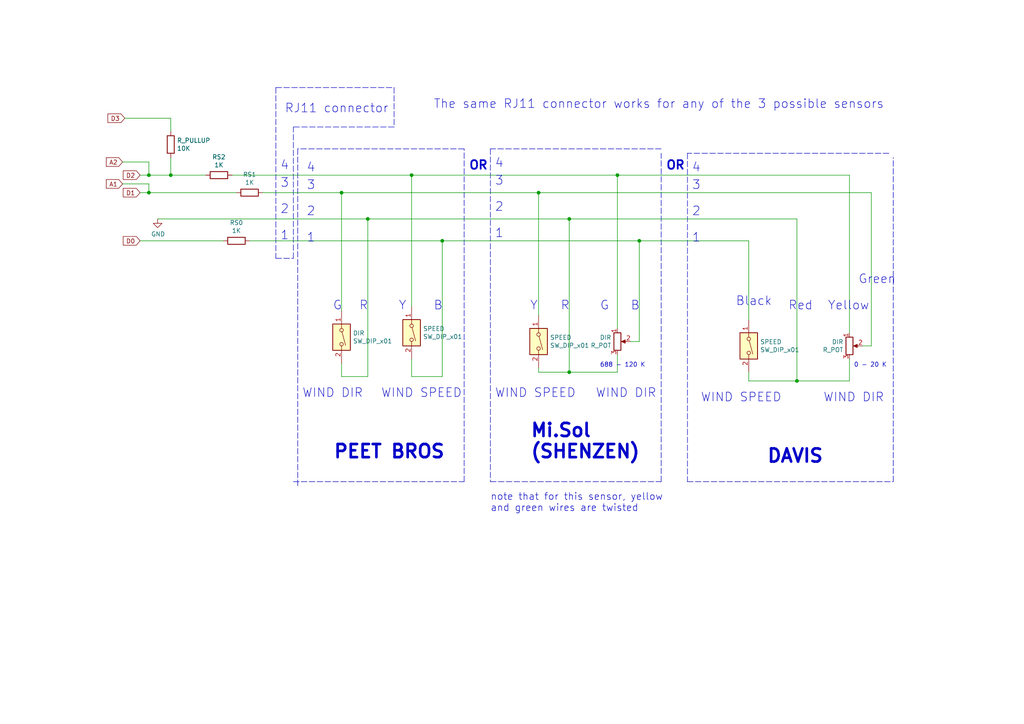
<source format=kicad_sch>
(kicad_sch (version 20230121) (generator eeschema)
  (paper "A4")
  (title_block (title "Sensors interoperability") (date "2021-11-15") (comment 1 "Wiring schematic") (comment 2 "fixed colors"))
  (lib_symbols
    (symbol "Device:R" (pin_numbers hide) (pin_names (offset 0))
      (property "Reference" "R" (at 2.032 0 90))
      (property "Value" "R" (at 0 0 90))
      (symbol "R_0_1"
        (rectangle (start -1.016 -2.54) (end 1.016 2.54) (stroke (width 0.254)))
      )
      (symbol "R_1_1"
        (pin passive line (at 0 3.81 270) (length 1.27) (name "~") (number "1"))
        (pin passive line (at 0 -3.81 90) (length 1.27) (name "~") (number "2"))
      )
    )
    (symbol "Switch:SW_DIP_x01" (pin_names (offset 0) hide)
      (property "Reference" "SW" (at 0 3.81 0))
      (property "Value" "SW_DIP_x01" (at 0 -3.81 0))
      (symbol "SW_DIP_x01_0_0"
        (circle (center -2.032 0) (radius 0.508))
        (polyline (pts (xy -1.524 0.127) (xy 2.3622 1.1684)))
        (circle (center 2.032 0) (radius 0.508))
      )
      (symbol "SW_DIP_x01_0_1"
        (rectangle (start -3.81 2.54) (end 3.81 -2.54) (stroke (width 0.254)) (fill (type background)))
      )
      (symbol "SW_DIP_x01_1_1"
        (pin passive line (at -7.62 0 0) (length 5.08) (name "~") (number "1"))
        (pin passive line (at 7.62 0 180) (length 5.08) (name "~") (number "2"))
      )
    )
    (symbol "Wiring-rescue:R_POT-Device" (pin_names (offset 1.016) hide)
      (property "Reference" "RV" (at -4.445 0 90))
      (property "Value" "Device_R_POT" (at -2.54 0 90))
      (symbol "R_POT-Device_0_1"
        (polyline (pts (xy 2.54 0) (xy 1.524 0)))
        (polyline (pts (xy 1.143 0) (xy 2.286 0.508) (xy 2.286 -0.508) (xy 1.143 0)) (fill (type outline)))
        (rectangle (start 1.016 2.54) (end -1.016 -2.54) (stroke (width 0.254)))
      )
      (symbol "R_POT-Device_1_1"
        (pin passive line (at 0 3.81 270) (length 1.27) (name "1") (number "1"))
        (pin passive line (at 3.81 0 180) (length 1.27) (name "2") (number "2"))
        (pin passive line (at 0 -3.81 90) (length 1.27) (name "3") (number "3"))
      )
    )
    (symbol "power:GND" (power) (pin_names (offset 0))
      (property "Value" "GND" (at 0 -3.81 0))
      (symbol "GND_0_1"
        (polyline (pts (xy 0 0) (xy 0 -1.27) (xy 1.27 -1.27) (xy 0 -2.54) (xy -1.27 -1.27) (xy 0 -1.27)))
      )
      (symbol "GND_1_1"
        (pin power_in line (at 0 0 270) (length 0) hide (name "GND") (number "1"))
      )
    )
  )
  (junction (at 106.68 63.5))
  (junction (at 43.18 50.8))
  (junction (at 165.1 63.5))
  (junction (at 165.1 107.95))
  (junction (at 156.21 55.88))
  (junction (at 185.42 69.85))
  (junction (at 119.38 50.8))
  (junction (at 99.06 55.88))
  (junction (at 43.18 55.88))
  (junction (at 231.14 110.49))
  (junction (at 179.07 50.8))
  (junction (at 128.27 69.85))
  (junction (at 49.53 50.8))
  (wire (pts (xy 119.38 104.14) (xy 119.38 109.22)))
  (polyline (pts (xy 142.24 139.7) (xy 191.77 139.7)) (stroke (width 0) (type dash)))
  (wire (pts (xy 182.88 99.06) (xy 185.42 99.06)))
  (wire (pts (xy 156.21 91.44) (xy 156.21 55.88)))
  (wire (pts (xy 231.14 110.49) (xy 246.38 110.49)))
  (wire (pts (xy 40.64 55.88) (xy 43.18 55.88)))
  (polyline (pts (xy 85.09 139.7) (xy 134.62 139.7)) (stroke (width 0) (type dash)))
  (wire (pts (xy 128.27 109.22) (xy 128.27 69.85)))
  (wire (pts (xy 156.21 106.68) (xy 156.21 107.95)))
  (wire (pts (xy 128.27 69.85) (xy 185.42 69.85)))
  (wire (pts (xy 119.38 109.22) (xy 128.27 109.22)))
  (wire (pts (xy 106.68 63.5) (xy 165.1 63.5)))
  (wire (pts (xy 156.21 107.95) (xy 165.1 107.95)))
  (wire (pts (xy 250.19 100.33) (xy 252.73 100.33)))
  (wire (pts (xy 43.18 50.8) (xy 49.53 50.8)))
  (wire (pts (xy 246.38 110.49) (xy 246.38 104.14)))
  (wire (pts (xy 217.17 107.95) (xy 217.17 110.49)))
  (wire (pts (xy 49.53 45.72) (xy 49.53 50.8)))
  (wire (pts (xy 35.56 46.99) (xy 43.18 46.99)))
  (wire (pts (xy 179.07 95.25) (xy 179.07 50.8)))
  (wire (pts (xy 185.42 69.85) (xy 217.17 69.85)))
  (polyline (pts (xy 191.77 43.18) (xy 142.24 43.18)) (stroke (width 0) (type dash)))
  (wire (pts (xy 99.06 55.88) (xy 156.21 55.88)))
  (wire (pts (xy 49.53 38.1) (xy 49.53 34.29)))
  (wire (pts (xy 49.53 34.29) (xy 36.195 34.29)))
  (wire (pts (xy 179.07 107.95) (xy 179.07 102.87)))
  (wire (pts (xy 76.2 55.88) (xy 99.06 55.88)))
  (wire (pts (xy 165.1 63.5) (xy 165.1 107.95)))
  (polyline (pts (xy 114.3 36.83) (xy 85.09 36.83)) (stroke (width 0) (type dash)))
  (polyline (pts (xy 257.81 44.45) (xy 199.39 44.45)) (stroke (width 0) (type dash)))
  (wire (pts (xy 106.68 109.22) (xy 106.68 63.5)))
  (polyline (pts (xy 80.01 25.4) (xy 80.01 74.93)) (stroke (width 0) (type dash)))
  (wire (pts (xy 99.06 90.17) (xy 99.06 55.88)))
  (wire (pts (xy 99.06 105.41) (xy 99.06 109.22)))
  (polyline (pts (xy 134.62 139.7) (xy 134.62 43.18)) (stroke (width 0) (type dash)))
  (wire (pts (xy 40.64 50.8) (xy 43.18 50.8)))
  (wire (pts (xy 165.1 63.5) (xy 231.14 63.5)))
  (wire (pts (xy 49.53 50.8) (xy 59.69 50.8)))
  (polyline (pts (xy 259.08 139.7) (xy 259.08 45.72)) (stroke (width 0) (type dash)))
  (wire (pts (xy 156.21 55.88) (xy 252.73 55.88)))
  (polyline (pts (xy 142.24 43.18) (xy 142.24 139.7)) (stroke (width 0) (type dash)))
  (wire (pts (xy 40.64 69.85) (xy 64.77 69.85)))
  (polyline (pts (xy 86.36 43.18) (xy 86.36 140.97)) (stroke (width 0) (type dash)))
  (polyline (pts (xy 134.62 43.18) (xy 86.36 43.18)) (stroke (width 0) (type dash)))
  (wire (pts (xy 246.38 50.8) (xy 246.38 96.52)))
  (polyline (pts (xy 114.3 25.4) (xy 114.3 36.83)) (stroke (width 0) (type dash)))
  (wire (pts (xy 45.72 63.5) (xy 106.68 63.5)))
  (wire (pts (xy 43.18 46.99) (xy 43.18 50.8)))
  (wire (pts (xy 72.39 69.85) (xy 128.27 69.85)))
  (wire (pts (xy 179.07 50.8) (xy 246.38 50.8)))
  (polyline (pts (xy 80.01 74.93) (xy 85.09 74.93)) (stroke (width 0) (type dash)))
  (wire (pts (xy 35.56 53.34) (xy 43.18 53.34)))
  (wire (pts (xy 119.38 88.9) (xy 119.38 50.8)))
  (wire (pts (xy 99.06 109.22) (xy 106.68 109.22)))
  (wire (pts (xy 43.18 53.34) (xy 43.18 55.88)))
  (wire (pts (xy 217.17 110.49) (xy 231.14 110.49)))
  (polyline (pts (xy 80.01 25.4) (xy 114.3 25.4)) (stroke (width 0) (type dash)))
  (wire (pts (xy 67.31 50.8) (xy 119.38 50.8)))
  (wire (pts (xy 217.17 92.71) (xy 217.17 69.85)))
  (polyline (pts (xy 199.39 139.7) (xy 259.08 139.7)) (stroke (width 0) (type dash)))
  (wire (pts (xy 165.1 107.95) (xy 179.07 107.95)))
  (wire (pts (xy 252.73 100.33) (xy 252.73 55.88)))
  (wire (pts (xy 43.18 55.88) (xy 68.58 55.88)))
  (wire (pts (xy 231.14 110.49) (xy 231.14 63.5)))
  (polyline (pts (xy 85.09 74.93) (xy 85.09 36.83)) (stroke (width 0) (type dash)))
  (polyline (pts (xy 191.77 139.7) (xy 191.77 44.45)) (stroke (width 0) (type dash)))
  (wire (pts (xy 119.38 50.8) (xy 179.07 50.8)))
  (polyline (pts (xy 199.39 44.45) (xy 199.39 139.7)) (stroke (width 0) (type dash)))
  (wire (pts (xy 185.42 99.06) (xy 185.42 69.85)))
  (text "R" (at 162.56 90.17 0) (effects (font (size 2.54 2.54)) (justify left bottom)))
  (text "OR" (at 135.89 49.53 0) (effects (font (size 2.4892 2.4892) (thickness 0.4978) bold) (justify left bottom)))
  (text "4" (at 81.28 49.53 0) (effects (font (size 2.54 2.54)) (justify left bottom)))
  (text "Green" (at 248.92 82.55 0) (effects (font (size 2.54 2.54)) (justify left bottom)))
  (text "RJ11 connector" (at 82.55 33.02 0) (effects (font (size 2.54 2.54)) (justify left bottom)))
  (text "2" (at 88.9 62.865 0) (effects (font (size 2.54 2.54)) (justify left bottom)))
  (text "R" (at 104.14 90.17 0) (effects (font (size 2.54 2.54)) (justify left bottom)))
  (text "688 - 120 K" (at 173.99 106.68 0) (effects (font (size 1.27 1.27)) (justify left bottom)))
  (text "Y" (at 115.57 90.17 0) (effects (font (size 2.54 2.54)) (justify left bottom)))
  (text "2" (at 200.66 62.865 0) (effects (font (size 2.54 2.54)) (justify left bottom)))
  (text "1" (at 200.66 70.485 0) (effects (font (size 2.54 2.54)) (justify left bottom)))
  (text "B" (at 182.88 90.17 0) (effects (font (size 2.54 2.54)) (justify left bottom)))
  (text "3" (at 88.9 55.245 0) (effects (font (size 2.54 2.54)) (justify left bottom)))
  (text "4" (at 88.9 50.165 0) (effects (font (size 2.54 2.54)) (justify left bottom)))
  (text "0 - 20 K" (at 247.65 106.68 0) (effects (font (size 1.27 1.27)) (justify left bottom)))
  (text "The same RJ11 connector works for any of the 3 possible sensors" (at 125.73 31.75 0) (effects (font (size 2.54 2.54)) (justify left bottom)))
  (text "WIND DIR" (at 172.72 115.57 0) (effects (font (size 2.54 2.54)) (justify left bottom)))
  (text "2" (at 81.28 62.23 0) (effects (font (size 2.54 2.54)) (justify left bottom)))
  (text "1" (at 88.9 70.485 0) (effects (font (size 2.54 2.54)) (justify left bottom)))
  (text "Mi.Sol\n(SHENZEN)" (at 153.67 133.35 0) (effects (font (size 3.81 3.81) (thickness 0.762) bold) (justify left bottom)))
  (text "2" (at 143.51 61.595 0) (effects (font (size 2.54 2.54)) (justify left bottom)))
  (text "Red" (at 228.6 90.17 0) (effects (font (size 2.54 2.54)) (justify left bottom)))
  (text "WIND SPEED" (at 143.51 115.57 0) (effects (font (size 2.54 2.54)) (justify left bottom)))
  (text "1" (at 143.51 69.215 0) (effects (font (size 2.54 2.54)) (justify left bottom)))
  (text "3" (at 200.66 55.245 0) (effects (font (size 2.54 2.54)) (justify left bottom)))
  (text "Yellow" (at 240.03 90.17 0) (effects (font (size 2.54 2.54)) (justify left bottom)))
  (text "G" (at 173.99 90.17 0) (effects (font (size 2.54 2.54)) (justify left bottom)))
  (text "4" (at 200.66 50.165 0) (effects (font (size 2.54 2.54)) (justify left bottom)))
  (text "note that for this sensor, yellow \nand green wires are twisted" (at 142.24 148.59 0) (effects (font (size 2.0066 2.0066)) (justify left bottom)))
  (text "PEET BROS " (at 96.52 133.35 0) (effects (font (size 3.81 3.81) (thickness 0.762) bold) (justify left bottom)))
  (text "WIND DIR" (at 87.63 115.57 0) (effects (font (size 2.54 2.54)) (justify left bottom)))
  (text "4" (at 143.51 48.895 0) (effects (font (size 2.54 2.54)) (justify left bottom)))
  (text "G" (at 96.52 90.17 0) (effects (font (size 2.54 2.54)) (justify left bottom)))
  (text "1" (at 81.28 69.85 0) (effects (font (size 2.54 2.54)) (justify left bottom)))
  (text "Black" (at 213.36 88.9 0) (effects (font (size 2.54 2.54)) (justify left bottom)))
  (text "WIND SPEED" (at 203.2 116.84 0) (effects (font (size 2.54 2.54)) (justify left bottom)))
  (text "B" (at 125.73 90.17 0) (effects (font (size 2.54 2.54)) (justify left bottom)))
  (text "OR" (at 193.04 49.53 0) (effects (font (size 2.4892 2.4892) (thickness 0.4978) bold) (justify left bottom)))
  (text "WIND DIR" (at 238.76 116.84 0) (effects (font (size 2.54 2.54)) (justify left bottom)))
  (text "Y" (at 153.67 90.17 0) (effects (font (size 2.54 2.54)) (justify left bottom)))
  (text "WIND SPEED" (at 110.49 115.57 0) (effects (font (size 2.54 2.54)) (justify left bottom)))
  (text "3" (at 143.51 53.975 0) (effects (font (size 2.54 2.54)) (justify left bottom)))
  (text "DAVIS" (at 222.25 134.62 0) (effects (font (size 3.81 3.81) (thickness 0.762) bold) (justify left bottom)))
  (text "3" (at 81.28 54.61 0) (effects (font (size 2.54 2.54)) (justify left bottom)))
  (global_label "D1" (shape input) (at 40.64 55.88 180) (property "Intersheetrefs" "${INTERSHEET_REFS}" (effects hide)))
  (global_label "D2" (shape input) (at 40.64 50.8 180) (property "Intersheetrefs" "${INTERSHEET_REFS}" (effects hide)))
  (global_label "D0" (shape input) (at 40.64 69.85 180) (property "Intersheetrefs" "${INTERSHEET_REFS}" (effects hide)))
  (global_label "A2" (shape input) (at 35.56 46.99 180) (property "Intersheetrefs" "${INTERSHEET_REFS}" (effects hide)))
  (global_label "D3" (shape input) (at 36.195 34.29 180) (property "Intersheetrefs" "${INTERSHEET_REFS}" (effects hide)))
  (global_label "A1" (shape input) (at 35.56 53.34 180) (property "Intersheetrefs" "${INTERSHEET_REFS}" (effects hide)))
  (symbol (lib_id "Switch:SW_DIP_x01") (at 99.06 97.79 270) (unit 1)
    (property "Reference" "DIR" (at 102.362 96.6216 90) (effects (justify left)))
    (property "Value" "SW_DIP_x01" (at 102.362 98.933 90) (effects (justify left)))
  )
  (symbol (lib_id "Switch:SW_DIP_x01") (at 119.38 96.52 270) (unit 1)
    (property "Reference" "SPEED" (at 122.682 95.3516 90) (effects (justify left)))
    (property "Value" "SW_DIP_x01" (at 122.682 97.663 90) (effects (justify left)))
  )
  (symbol (lib_id "Switch:SW_DIP_x01") (at 217.17 100.33 270) (unit 1)
    (property "Reference" "SPEED" (at 220.472 99.1616 90) (effects (justify left)))
    (property "Value" "SW_DIP_x01" (at 220.472 101.473 90) (effects (justify left)))
  )
  (symbol (lib_id "Switch:SW_DIP_x01") (at 156.21 99.06 270) (unit 1)
    (property "Reference" "SPEED" (at 159.512 97.8916 90) (effects (justify left)))
    (property "Value" "SW_DIP_x01" (at 159.512 100.203 90) (effects (justify left)))
  )
  (symbol (lib_id "Device:R") (at 68.58 69.85 270) (unit 1)
    (property "Reference" "RS0" (at 68.58 64.5922 90))
    (property "Value" "1K" (at 68.58 66.9036 90))
  )
  (symbol (lib_id "Device:R") (at 72.39 55.88 270) (unit 1)
    (property "Reference" "RS1" (at 72.39 50.6222 90))
    (property "Value" "1K" (at 72.39 52.9336 90))
  )
  (symbol (lib_id "Device:R") (at 63.5 50.8 270) (unit 1)
    (property "Reference" "RS2" (at 63.5 45.5422 90))
    (property "Value" "1K" (at 63.5 47.8536 90))
  )
  (symbol (lib_id "power:GND") (at 45.72 63.5 0) (unit 1)
    (property "Reference" "#PWR?" (effects hide))
    (property "Value" "GND" (at 45.847 67.8942 0))
  )
  (symbol (lib_id "Device:R") (at 49.53 41.91 0) (unit 1)
    (property "Reference" "R_PULLUP" (at 51.308 40.7416 0) (effects (justify left)))
    (property "Value" "10K" (at 51.308 43.053 0) (effects (justify left)))
  )
  (symbol (lib_id "Wiring-rescue:R_POT-Device") (at 179.07 99.06 0) (unit 1)
    (property "Reference" "DIR" (at 177.3174 97.8916 0) (effects (justify right)))
    (property "Value" "R_POT" (at 177.3174 100.203 0) (effects (justify right)))
  )
  (symbol (lib_id "Wiring-rescue:R_POT-Device") (at 246.38 100.33 0) (unit 1)
    (property "Reference" "DIR" (at 244.6274 99.1616 0) (effects (justify right)))
    (property "Value" "R_POT" (at 244.6274 101.473 0) (effects (justify right)))
  )
)
</source>
